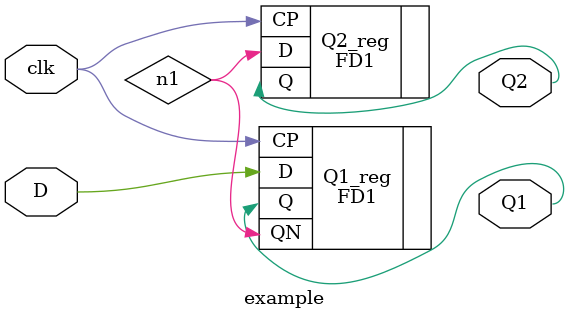
<source format=v>


module example ( D, clk, Q1, Q2 );
  input D, clk;
  output Q1, Q2;
  wire   n1;

  FD1 Q1_reg ( .D(D), .CP(clk), .Q(Q1), .QN(n1) );
  FD1 Q2_reg ( .D(n1), .CP(clk), .Q(Q2) );
endmodule


</source>
